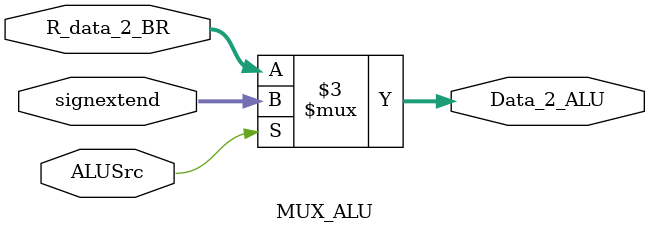
<source format=v>
module MUX_ALU (
	input [31:0] R_data_2_BR,
	input [31:0] signextend,
	input ALUSrc,
	output reg [31:0] Data_2_ALU
);

always @* begin
	if (ALUSrc) begin
		Data_2_ALU <= signextend;
	end
	else begin
		Data_2_ALU <= R_data_2_BR;
	end
end

endmodule


</source>
